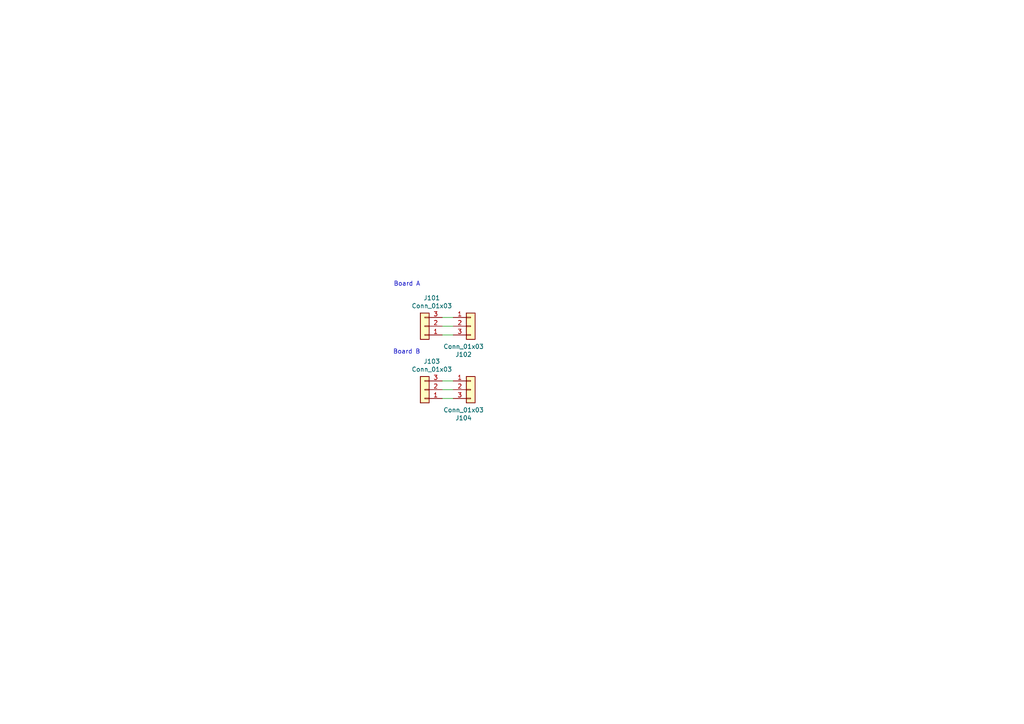
<source format=kicad_sch>
(kicad_sch (version 20210126) (generator eeschema)
  (paper "A4")
  (lib_symbols
    (symbol "servo_board-rescue:Conn_01x03-Connector_Generic" (pin_names (offset 1.016) hide)
      (property "Reference" "J" (at 0 5.08 0))
      (property "Value" "Conn_01x03-Connector_Generic" (at 0 -5.08 0))
      (symbol "Conn_01x03-Connector_Generic_1_1"
        (rectangle (start -1.27 -2.413) (end 0 -2.667) (stroke (width 0.1524)))
        (rectangle (start -1.27 0.127) (end 0 -0.127) (stroke (width 0.1524)))
        (rectangle (start -1.27 2.667) (end 0 2.413) (stroke (width 0.1524)))
        (rectangle (start -1.27 3.81) (end 1.27 -3.81) (stroke (width 0.254)) (fill (type background)))
        (pin passive line (at -5.08 2.54 0) (length 3.81) (name "Pin_1") (number "1"))
        (pin passive line (at -5.08 0 0) (length 3.81) (name "Pin_2") (number "2"))
        (pin passive line (at -5.08 -2.54 0) (length 3.81) (name "Pin_3") (number "3"))
      )
    )
  )
  (wire (pts (xy 128.27 92.075) (xy 131.445 92.075)))
  (wire (pts (xy 128.27 94.615) (xy 131.445 94.615)))
  (wire (pts (xy 128.27 97.155) (xy 131.445 97.155)))
  (wire (pts (xy 128.27 110.49) (xy 131.445 110.49)))
  (wire (pts (xy 128.27 113.03) (xy 131.445 113.03)))
  (wire (pts (xy 128.27 115.57) (xy 131.445 115.57)))
  (text "Board A" (at 121.92 83.185 180) (effects (font (size 1.27 1.27)) (justify right bottom)))
  (text "Board B" (at 121.92 102.87 180) (effects (font (size 1.27 1.27)) (justify right bottom)))
  (symbol (lib_id "servo_board-rescue:Conn_01x03-Connector_Generic") (at 123.19 94.615 180) (unit 1)
    (property "Reference" "J101" (at 125.2474 86.4108 0))
    (property "Value" "Conn_01x03" (at 125.2474 88.7222 0))
    (property "Footprint" "Connector_PinHeader_2.00mm:PinHeader_1x03_P2.00mm_Horizontal" (effects hide))
  )
  (symbol (lib_id "servo_board-rescue:Conn_01x03-Connector_Generic") (at 123.19 113.03 180) (unit 1)
    (property "Reference" "J103" (at 125.2474 104.8258 0))
    (property "Value" "Conn_01x03" (at 125.2474 107.1372 0))
    (property "Footprint" "Connector_PinHeader_2.00mm:PinHeader_1x03_P2.00mm_Horizontal" (effects hide))
  )
  (symbol (lib_id "servo_board-rescue:Conn_01x03-Connector_Generic") (at 136.525 94.615 0) (unit 1)
    (property "Reference" "J102" (at 134.4676 102.8192 0))
    (property "Value" "Conn_01x03" (at 134.4676 100.5078 0))
    (property "Footprint" "Connector_PinHeader_2.00mm:PinHeader_1x03_P2.00mm_Vertical" (effects hide))
    (property "Part" "https://www.digikey.com/product-detail/en/harwin-inc/M22-2530305/952-2284-ND/3728248" (effects hide))
  )
  (symbol (lib_id "servo_board-rescue:Conn_01x03-Connector_Generic") (at 136.525 113.03 0) (unit 1)
    (property "Reference" "J104" (at 134.4676 121.2342 0))
    (property "Value" "Conn_01x03" (at 134.4676 118.9228 0))
    (property "Footprint" "Connector_PinHeader_2.00mm:PinHeader_1x03_P2.00mm_Vertical" (effects hide))
    (property "Part" "https://www.digikey.com/product-detail/en/harwin-inc/M22-2530305/952-2284-ND/3728248" (effects hide))
  )
)
</source>
